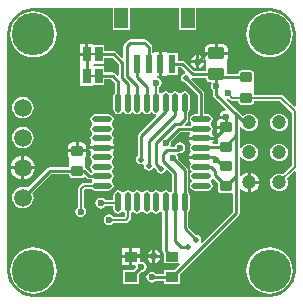
<source format=gbl>
G04 Layer_Physical_Order=2*
G04 Layer_Color=16711680*
%FSLAX44Y44*%
%MOMM*%
G71*
G01*
G75*
G04:AMPARAMS|DCode=10|XSize=1mm|YSize=0.9mm|CornerRadius=0.1125mm|HoleSize=0mm|Usage=FLASHONLY|Rotation=0.000|XOffset=0mm|YOffset=0mm|HoleType=Round|Shape=RoundedRectangle|*
%AMROUNDEDRECTD10*
21,1,1.0000,0.6750,0,0,0.0*
21,1,0.7750,0.9000,0,0,0.0*
1,1,0.2250,0.3875,-0.3375*
1,1,0.2250,-0.3875,-0.3375*
1,1,0.2250,-0.3875,0.3375*
1,1,0.2250,0.3875,0.3375*
%
%ADD10ROUNDEDRECTD10*%
%ADD11R,0.6350X1.2700*%
%ADD13R,1.0160X0.8636*%
%ADD14C,0.2500*%
%ADD15C,0.2000*%
%ADD17C,0.3000*%
%ADD18C,1.2000*%
%ADD19C,3.6000*%
%ADD20C,1.5000*%
%ADD21C,0.5000*%
%ADD22C,0.6000*%
G04:AMPARAMS|DCode=23|XSize=1.4mm|YSize=1mm|CornerRadius=0.125mm|HoleSize=0mm|Usage=FLASHONLY|Rotation=0.000|XOffset=0mm|YOffset=0mm|HoleType=Round|Shape=RoundedRectangle|*
%AMROUNDEDRECTD23*
21,1,1.4000,0.7500,0,0,0.0*
21,1,1.1500,1.0000,0,0,0.0*
1,1,0.2500,0.5750,-0.3750*
1,1,0.2500,-0.5750,-0.3750*
1,1,0.2500,-0.5750,0.3750*
1,1,0.2500,0.5750,0.3750*
%
%ADD23ROUNDEDRECTD23*%
%ADD24O,0.5500X1.6500*%
%ADD25O,1.6500X0.5500*%
%ADD26R,0.6000X1.5500*%
%ADD27R,1.2000X1.8000*%
%ADD28R,0.9079X0.2000*%
%ADD29R,0.6000X0.2000*%
G36*
X97196Y198839D02*
Y189429D01*
X96023Y188942D01*
X93983Y190982D01*
X93073Y191590D01*
X92001Y191803D01*
X84835D01*
Y196849D01*
X75998D01*
X75744Y198000D01*
X75998Y199150D01*
X84835D01*
Y204196D01*
X91839D01*
X97196Y198839D01*
D02*
G37*
G36*
X25000Y246176D02*
X92000D01*
Y227500D01*
X107000D01*
Y246176D01*
X148000D01*
Y227500D01*
X163000D01*
Y246176D01*
X223772D01*
X225000Y246176D01*
X225000Y246176D01*
X225000Y246176D01*
Y246176D01*
X226234Y246088D01*
X229333Y245783D01*
X233499Y244519D01*
X237339Y242467D01*
X240705Y239705D01*
X243467Y236339D01*
X245519Y232499D01*
X246783Y228333D01*
X247088Y225234D01*
X247176Y224000D01*
X247176D01*
X247176Y224000D01*
Y163088D01*
X246002Y162602D01*
X236302Y172302D01*
X235476Y172855D01*
X234500Y173049D01*
X211551D01*
Y173875D01*
X211439Y174439D01*
X212000Y175000D01*
Y183000D01*
X211439Y183561D01*
X211551Y184125D01*
Y190875D01*
X211348Y191899D01*
X210767Y192768D01*
X209899Y193348D01*
X208875Y193552D01*
X201125D01*
X200101Y193348D01*
X199232Y192768D01*
X198652Y191899D01*
X198448Y190875D01*
Y190304D01*
X188554D01*
Y193750D01*
X188545Y193795D01*
X189000Y194250D01*
Y202292D01*
X189320Y202771D01*
X189614Y204250D01*
Y206730D01*
X170386D01*
Y204250D01*
X170680Y202771D01*
X171000Y202292D01*
Y194250D01*
X171176Y194074D01*
X170782Y192804D01*
X161161D01*
X152983Y200983D01*
X152073Y201590D01*
X151000Y201804D01*
X147000D01*
Y208250D01*
X138040D01*
Y209290D01*
X133770D01*
Y199000D01*
Y188710D01*
X138040D01*
Y189750D01*
X147000D01*
Y196196D01*
X149838D01*
X153718Y192317D01*
X153300Y190939D01*
X152439Y190768D01*
X151116Y189884D01*
X150232Y188561D01*
X149922Y187000D01*
X150232Y185439D01*
X151116Y184116D01*
X152439Y183232D01*
X154000Y182922D01*
X154094Y182940D01*
X164196Y172839D01*
Y156333D01*
X161500D01*
X159842Y156003D01*
X158436Y155064D01*
X157497Y153658D01*
X157167Y152000D01*
X157497Y150342D01*
X158436Y148936D01*
X158470Y148913D01*
X158565Y147502D01*
X157849Y146804D01*
X153428D01*
X152942Y147977D01*
X154983Y150017D01*
X155590Y150927D01*
X155804Y152000D01*
Y157262D01*
X156064Y157436D01*
X157003Y158842D01*
X157333Y160500D01*
Y171500D01*
X157003Y173158D01*
X156064Y174564D01*
X154658Y175503D01*
X153000Y175833D01*
X151342Y175503D01*
X149936Y174564D01*
X149635Y174114D01*
X148365D01*
X148064Y174564D01*
X146658Y175503D01*
X145000Y175833D01*
X143342Y175503D01*
X141936Y174564D01*
X141635Y174114D01*
X140365D01*
X140064Y174564D01*
X138658Y175503D01*
X137000Y175833D01*
X135342Y175503D01*
X133936Y174564D01*
X133713Y174231D01*
X132447Y174156D01*
X132121Y174480D01*
X132064Y174564D01*
X131975Y174623D01*
X131549Y175046D01*
Y179291D01*
X132244Y179756D01*
X133239Y181244D01*
X133588Y183000D01*
X133239Y184756D01*
X132244Y186244D01*
X130756Y187239D01*
X129744Y187440D01*
X129869Y188710D01*
X131230D01*
Y199000D01*
Y209290D01*
X126960D01*
Y208250D01*
X125304D01*
Y213500D01*
X125091Y214573D01*
X124483Y215483D01*
X120983Y218983D01*
X120073Y219590D01*
X119000Y219804D01*
X107000D01*
X105927Y219590D01*
X105017Y218983D01*
X102017Y215983D01*
X101410Y215073D01*
X101196Y214000D01*
Y204429D01*
X100023Y203942D01*
X94983Y208983D01*
X94073Y209590D01*
X93000Y209804D01*
X84835D01*
Y214850D01*
X75715D01*
Y215890D01*
X71270D01*
Y209289D01*
X70931Y209148D01*
X70455Y208000D01*
Y207000D01*
X70000D01*
Y205730D01*
X64285D01*
Y198110D01*
X64285D01*
Y197889D01*
X64285D01*
Y180110D01*
X75715D01*
Y181150D01*
X84835D01*
Y186196D01*
X90839D01*
X94196Y182838D01*
Y174738D01*
X93936Y174564D01*
X92997Y173158D01*
X92667Y171500D01*
Y160500D01*
X92997Y158842D01*
X93936Y157436D01*
X95342Y156496D01*
X97000Y156167D01*
X98658Y156496D01*
X100064Y157436D01*
X100365Y157886D01*
X101635D01*
X101936Y157436D01*
X103342Y156496D01*
X105000Y156167D01*
X106658Y156496D01*
X108064Y157436D01*
X108365Y157886D01*
X109635D01*
X109936Y157436D01*
X111342Y156496D01*
X113000Y156167D01*
X114658Y156496D01*
X116064Y157436D01*
X116365Y157886D01*
X117635D01*
X117936Y157436D01*
X119342Y156496D01*
X121000Y156167D01*
X122658Y156496D01*
X124064Y157436D01*
X124365Y157886D01*
X125635D01*
X125936Y157436D01*
X127342Y156496D01*
X128504Y156265D01*
X129006Y154972D01*
X114017Y139983D01*
X113410Y139073D01*
X113196Y138000D01*
Y120937D01*
X113116Y120884D01*
X112232Y119561D01*
X111922Y118000D01*
X112232Y116439D01*
X113116Y115116D01*
X114439Y114232D01*
X116000Y113922D01*
X117561Y114232D01*
X117689Y114318D01*
X118832Y113554D01*
X118672Y112750D01*
X118982Y111189D01*
X119866Y109866D01*
X121189Y108982D01*
X122750Y108672D01*
X124311Y108982D01*
X125634Y109866D01*
X126330Y110908D01*
X127409Y111208D01*
X127818Y111216D01*
X128940Y110094D01*
X128922Y110000D01*
X129232Y108439D01*
X130116Y107116D01*
X131439Y106232D01*
X133000Y105922D01*
X134561Y106232D01*
X135884Y107116D01*
X136768Y108439D01*
X136939Y109300D01*
X138317Y109718D01*
X142196Y105839D01*
Y90738D01*
X141936Y90564D01*
X141635Y90114D01*
X140365D01*
X140064Y90564D01*
X138658Y91503D01*
X137000Y91833D01*
X135342Y91503D01*
X133936Y90564D01*
X133635Y90114D01*
X132365D01*
X132064Y90564D01*
X130658Y91503D01*
X129000Y91833D01*
X127342Y91503D01*
X125936Y90564D01*
X125635Y90114D01*
X124365D01*
X124064Y90564D01*
X122658Y91503D01*
X121000Y91833D01*
X119342Y91503D01*
X117936Y90564D01*
X117635Y90114D01*
X116365D01*
X116064Y90564D01*
X114658Y91503D01*
X113000Y91833D01*
X111342Y91503D01*
X109936Y90564D01*
X109635Y90114D01*
X108365D01*
X108064Y90564D01*
X106658Y91503D01*
X105000Y91833D01*
X103342Y91503D01*
X101936Y90564D01*
X101635Y90114D01*
X100365D01*
X100064Y90564D01*
X98658Y91503D01*
X97000Y91833D01*
X95342Y91503D01*
X93936Y90564D01*
X92997Y89158D01*
X92667Y87500D01*
Y83549D01*
X85709D01*
X85244Y84244D01*
X83756Y85239D01*
X82000Y85588D01*
X80244Y85239D01*
X78756Y84244D01*
X77761Y82756D01*
X77412Y81000D01*
X77761Y79244D01*
X78756Y77756D01*
X80244Y76761D01*
X82000Y76412D01*
X83756Y76761D01*
X85244Y77756D01*
X85709Y78451D01*
X92667D01*
Y76500D01*
X92997Y74842D01*
X93936Y73436D01*
X95342Y72497D01*
X97000Y72167D01*
X98658Y72497D01*
X100064Y73436D01*
X100287Y73769D01*
X101553Y73844D01*
X101880Y73520D01*
X101936Y73436D01*
X102025Y73377D01*
X102451Y72954D01*
Y70056D01*
X101944Y69549D01*
X92709D01*
X92244Y70244D01*
X90756Y71239D01*
X89000Y71588D01*
X87244Y71239D01*
X85756Y70244D01*
X84761Y68756D01*
X84412Y67000D01*
X84761Y65244D01*
X85756Y63756D01*
X87244Y62761D01*
X89000Y62412D01*
X90756Y62761D01*
X92244Y63756D01*
X92709Y64451D01*
X103000D01*
X103975Y64645D01*
X104802Y65198D01*
X106802Y67198D01*
X107355Y68025D01*
X107549Y69000D01*
Y73092D01*
X108064Y73436D01*
X108365Y73886D01*
X109635D01*
X109936Y73436D01*
X111342Y72497D01*
X113000Y72167D01*
X114658Y72497D01*
X116064Y73436D01*
X116365Y73886D01*
X117635D01*
X117936Y73436D01*
X119342Y72497D01*
X121000Y72167D01*
X122658Y72497D01*
X124064Y73436D01*
X124365Y73886D01*
X125635D01*
X125936Y73436D01*
X127342Y72497D01*
X129000Y72167D01*
X130658Y72497D01*
X132064Y73436D01*
X132087Y73471D01*
X133497Y73566D01*
X134196Y72849D01*
Y41390D01*
X134410Y40317D01*
X135017Y39407D01*
X135920Y38505D01*
Y30072D01*
X148561D01*
X149091Y28807D01*
X144353Y24068D01*
X135920D01*
Y21054D01*
X128789D01*
X128495Y21495D01*
X127006Y22489D01*
X125250Y22838D01*
X123494Y22489D01*
X122006Y21495D01*
X121011Y20006D01*
X120662Y18250D01*
X121011Y16494D01*
X122006Y15006D01*
X123494Y14011D01*
X125250Y13662D01*
X127006Y14011D01*
X128495Y15006D01*
X128789Y15446D01*
X135920D01*
Y12432D01*
X149080D01*
Y20865D01*
X198833Y70618D01*
X199441Y71527D01*
X199654Y72600D01*
Y92841D01*
X200924Y93272D01*
X201509Y92509D01*
X203293Y91140D01*
X205371Y90280D01*
X206330Y90154D01*
Y98600D01*
Y107046D01*
X205371Y106920D01*
X203293Y106060D01*
X201509Y104691D01*
X200924Y103928D01*
X199654Y104350D01*
Y120266D01*
X200924Y120519D01*
X201049Y120218D01*
X202251Y118651D01*
X203818Y117449D01*
X205642Y116693D01*
X207600Y116435D01*
X209558Y116693D01*
X211382Y117449D01*
X212949Y118651D01*
X214151Y120218D01*
X214907Y122042D01*
X215165Y124000D01*
X214907Y125958D01*
X214151Y127782D01*
X212949Y129349D01*
X211382Y130551D01*
X209558Y131307D01*
X207600Y131565D01*
X205642Y131307D01*
X203818Y130551D01*
X202251Y129349D01*
X201049Y127782D01*
X200924Y127481D01*
X199654Y127734D01*
Y138650D01*
Y145666D01*
X200924Y145919D01*
X201049Y145618D01*
X202251Y144051D01*
X203818Y142849D01*
X205642Y142093D01*
X207600Y141835D01*
X209558Y142093D01*
X211382Y142849D01*
X212949Y144051D01*
X214151Y145618D01*
X214907Y147442D01*
X215165Y149400D01*
X214907Y151358D01*
X214151Y153182D01*
X212949Y154749D01*
X211382Y155951D01*
X209558Y156707D01*
X207600Y156965D01*
X205642Y156707D01*
X203818Y155951D01*
X202251Y154749D01*
X202218Y154747D01*
X198983Y157983D01*
X188562Y168403D01*
X189188Y169573D01*
X190000Y169412D01*
X190820Y169575D01*
X191698Y168698D01*
X192525Y168145D01*
X193500Y167951D01*
X198448D01*
Y167125D01*
X198652Y166101D01*
X199232Y165232D01*
X200101Y164652D01*
X201125Y164449D01*
X208875D01*
X209899Y164652D01*
X210767Y165232D01*
X211348Y166101D01*
X211551Y167125D01*
Y167951D01*
X233444D01*
X243681Y157714D01*
Y112885D01*
X236192Y105396D01*
X234958Y105907D01*
X233000Y106165D01*
X231042Y105907D01*
X229218Y105151D01*
X227651Y103949D01*
X226449Y102382D01*
X225693Y100558D01*
X225435Y98600D01*
X225693Y96642D01*
X226449Y94818D01*
X227651Y93251D01*
X229218Y92049D01*
X231042Y91293D01*
X233000Y91035D01*
X234958Y91293D01*
X236782Y92049D01*
X238349Y93251D01*
X239551Y94818D01*
X240307Y96642D01*
X240565Y98600D01*
X240307Y100558D01*
X239796Y101791D01*
X246002Y107997D01*
X247176Y107511D01*
Y25228D01*
X247176Y24000D01*
X247176Y24000D01*
X247176Y24000D01*
X247176D01*
X247088Y22766D01*
X246783Y19667D01*
X245519Y15501D01*
X243467Y11661D01*
X240705Y8295D01*
X237339Y5533D01*
X233499Y3481D01*
X229333Y2217D01*
X226234Y1912D01*
X225000Y1824D01*
Y1824D01*
X225000Y1824D01*
X26228D01*
X25000Y1824D01*
X25000Y1824D01*
X25000Y1824D01*
Y1824D01*
X23766Y1912D01*
X20667Y2217D01*
X16501Y3481D01*
X12661Y5533D01*
X9295Y8295D01*
X6533Y11661D01*
X4481Y15501D01*
X3217Y19667D01*
X2912Y22766D01*
X2824Y24000D01*
X2824D01*
X2824Y24000D01*
Y222772D01*
X2824Y224000D01*
X2824Y224000D01*
X2824Y224000D01*
X2824D01*
X2912Y225234D01*
X3217Y228333D01*
X4481Y232499D01*
X6533Y236339D01*
X9295Y239705D01*
X12661Y242467D01*
X16501Y244519D01*
X20667Y245783D01*
X23766Y246088D01*
X25000Y246176D01*
Y246176D01*
X25000Y246176D01*
D02*
G37*
G36*
X160000Y187196D02*
X171446D01*
Y186250D01*
X171660Y185177D01*
X172267Y184267D01*
X173177Y183660D01*
X174250Y183446D01*
X175363D01*
X176042Y182176D01*
X175761Y181756D01*
X175412Y180000D01*
X175761Y178244D01*
X176756Y176756D01*
X177196Y176461D01*
Y173000D01*
X177410Y171927D01*
X178017Y171017D01*
X188237Y160798D01*
X187658Y159580D01*
X185838Y159219D01*
X184006Y157994D01*
X182781Y156162D01*
X182604Y155270D01*
X188000D01*
Y152730D01*
X182604D01*
X182686Y152321D01*
X181483Y151517D01*
X180672Y150305D01*
X180388Y148875D01*
Y146770D01*
X188000D01*
Y144230D01*
X180388D01*
Y142125D01*
X180672Y140695D01*
X181000Y140204D01*
Y133000D01*
X181426Y132574D01*
X181236Y131304D01*
X177135D01*
X177080Y131363D01*
X176573Y132574D01*
X177483Y133936D01*
X177641Y134730D01*
X167000D01*
X156359D01*
X156517Y133936D01*
X157686Y132186D01*
X157845Y132080D01*
X158017Y130437D01*
X157497Y129658D01*
X157167Y128000D01*
X157497Y126342D01*
X158017Y125563D01*
X157845Y123920D01*
X157686Y123814D01*
X156517Y122064D01*
X156359Y121270D01*
X167000D01*
Y118730D01*
X156359D01*
X156517Y117936D01*
X157686Y116186D01*
X157845Y116080D01*
X158017Y114438D01*
X157497Y113658D01*
X157167Y112000D01*
X157497Y110342D01*
X158436Y108936D01*
X158886Y108635D01*
Y107365D01*
X158436Y107064D01*
X157497Y105658D01*
X157167Y104000D01*
X157497Y102342D01*
X158436Y100936D01*
X158886Y100635D01*
Y99365D01*
X158436Y99064D01*
X157497Y97658D01*
X157167Y96000D01*
X157497Y94342D01*
X158436Y92936D01*
X159842Y91997D01*
X161500Y91667D01*
X172500D01*
X174158Y91997D01*
X175564Y92936D01*
X176503Y94342D01*
X176833Y96000D01*
X176503Y97658D01*
X175564Y99064D01*
X175114Y99365D01*
Y100635D01*
X175564Y100936D01*
X176082Y101711D01*
X177604Y101918D01*
X177626Y101909D01*
X181449Y98086D01*
Y92125D01*
X181652Y91101D01*
X182233Y90232D01*
X183101Y89652D01*
X184125Y89448D01*
X191875D01*
X192776Y89628D01*
X192994Y89590D01*
X194046Y88891D01*
Y73762D01*
X167432Y47147D01*
X166446Y47957D01*
X166768Y48439D01*
X167078Y50000D01*
X166768Y51561D01*
X165884Y52884D01*
X164561Y53768D01*
X163000Y54078D01*
X162906Y54060D01*
X155804Y61161D01*
Y73262D01*
X156064Y73436D01*
X157003Y74842D01*
X157333Y76500D01*
Y87500D01*
X157003Y89158D01*
X156064Y90564D01*
X155804Y90738D01*
Y109000D01*
X155590Y110073D01*
X154983Y110983D01*
X147485Y118481D01*
X147588Y119000D01*
X147239Y120756D01*
X146457Y121926D01*
X146861Y123006D01*
X147017Y123200D01*
X148073Y123410D01*
X148288Y123553D01*
X149000Y123412D01*
X150756Y123761D01*
X152244Y124756D01*
X153239Y126244D01*
X153588Y128000D01*
X153239Y129756D01*
X152244Y131244D01*
X150756Y132239D01*
X149000Y132588D01*
X147244Y132239D01*
X145756Y131244D01*
X144761Y129756D01*
X144572Y128804D01*
X141624D01*
X141025Y129924D01*
X141239Y130244D01*
X141588Y132000D01*
X141319Y133354D01*
X149161Y141196D01*
X157469D01*
X157851Y139938D01*
X157845Y139920D01*
X157686Y139814D01*
X156517Y138064D01*
X156359Y137270D01*
X167000D01*
X177641D01*
X177483Y138064D01*
X176314Y139814D01*
X176155Y139920D01*
X175983Y141562D01*
X176503Y142342D01*
X176833Y144000D01*
X176503Y145658D01*
X175564Y147064D01*
X175114Y147365D01*
Y148635D01*
X175564Y148936D01*
X176503Y150342D01*
X176833Y152000D01*
X176503Y153658D01*
X175564Y155064D01*
X174158Y156003D01*
X172500Y156333D01*
X169804D01*
Y174000D01*
X169590Y175073D01*
X168983Y175983D01*
X158832Y186134D01*
X159457Y187304D01*
X160000Y187196D01*
D02*
G37*
%LPC*%
G36*
X185750Y215614D02*
X181270D01*
Y209270D01*
X189614D01*
Y211750D01*
X189320Y213229D01*
X188482Y214482D01*
X187229Y215320D01*
X185750Y215614D01*
D02*
G37*
G36*
X178730D02*
X174250D01*
X172771Y215320D01*
X171518Y214482D01*
X170680Y213229D01*
X170386Y211750D01*
Y209270D01*
X178730D01*
Y215614D01*
D02*
G37*
G36*
X68730Y215890D02*
X64285D01*
Y208270D01*
X68730D01*
Y215890D01*
D02*
G37*
G36*
X225000Y243594D02*
X221177Y243218D01*
X217501Y242103D01*
X214114Y240292D01*
X211145Y237855D01*
X208708Y234886D01*
X206897Y231498D01*
X205782Y227822D01*
X205406Y224000D01*
X205782Y220177D01*
X206897Y216501D01*
X208708Y213114D01*
X211145Y210145D01*
X214114Y207708D01*
X217501Y205897D01*
X221177Y204782D01*
X225000Y204405D01*
X228822Y204782D01*
X232498Y205897D01*
X235886Y207708D01*
X238855Y210145D01*
X241292Y213114D01*
X243103Y216501D01*
X244218Y220177D01*
X244594Y224000D01*
X244218Y227822D01*
X243103Y231498D01*
X241292Y234886D01*
X238855Y237855D01*
X235886Y240292D01*
X232498Y242103D01*
X228822Y243218D01*
X225000Y243594D01*
D02*
G37*
G36*
X25000D02*
X21177Y243218D01*
X17502Y242103D01*
X14114Y240292D01*
X11145Y237855D01*
X8708Y234886D01*
X6897Y231498D01*
X5782Y227822D01*
X5406Y224000D01*
X5782Y220177D01*
X6897Y216501D01*
X8708Y213114D01*
X11145Y210145D01*
X14114Y207708D01*
X17502Y205897D01*
X21177Y204782D01*
X25000Y204405D01*
X28823Y204782D01*
X32499Y205897D01*
X35886Y207708D01*
X38856Y210145D01*
X41292Y213114D01*
X43103Y216501D01*
X44218Y220177D01*
X44595Y224000D01*
X44218Y227822D01*
X43103Y231498D01*
X41292Y234886D01*
X38856Y237855D01*
X35886Y240292D01*
X32499Y242103D01*
X28823Y243218D01*
X25000Y243594D01*
D02*
G37*
G36*
X165270Y206396D02*
Y202270D01*
X169396D01*
X169219Y203162D01*
X167994Y204994D01*
X166162Y206219D01*
X165270Y206396D01*
D02*
G37*
G36*
X162730D02*
X161838Y206219D01*
X160006Y204994D01*
X158781Y203162D01*
X158604Y202270D01*
X162730D01*
Y206396D01*
D02*
G37*
G36*
X169396Y199730D02*
X165270D01*
Y195604D01*
X166162Y195781D01*
X167994Y197006D01*
X169219Y198838D01*
X169396Y199730D01*
D02*
G37*
G36*
X162730D02*
X158604D01*
X158781Y198838D01*
X160006Y197006D01*
X161838Y195781D01*
X162730Y195604D01*
Y199730D01*
D02*
G37*
G36*
X16000Y171078D02*
X13650Y170768D01*
X11461Y169861D01*
X9581Y168419D01*
X8138Y166539D01*
X7232Y164349D01*
X6922Y162000D01*
X7232Y159650D01*
X8138Y157461D01*
X9581Y155581D01*
X11461Y154138D01*
X13650Y153232D01*
X16000Y152922D01*
X18349Y153232D01*
X20539Y154138D01*
X22419Y155581D01*
X23861Y157461D01*
X24768Y159650D01*
X25078Y162000D01*
X24768Y164349D01*
X23861Y166539D01*
X22419Y168419D01*
X20539Y169861D01*
X18349Y170768D01*
X16000Y171078D01*
D02*
G37*
G36*
X233000Y156965D02*
X231042Y156707D01*
X229218Y155951D01*
X227651Y154749D01*
X226449Y153182D01*
X225693Y151358D01*
X225435Y149400D01*
X225693Y147442D01*
X226449Y145618D01*
X227651Y144051D01*
X229218Y142849D01*
X231042Y142093D01*
X233000Y141835D01*
X234958Y142093D01*
X236782Y142849D01*
X238349Y144051D01*
X239551Y145618D01*
X240307Y147442D01*
X240565Y149400D01*
X240307Y151358D01*
X239551Y153182D01*
X238349Y154749D01*
X236782Y155951D01*
X234958Y156707D01*
X233000Y156965D01*
D02*
G37*
G36*
X88500Y156333D02*
X77500D01*
X75842Y156003D01*
X74436Y155064D01*
X73497Y153658D01*
X73167Y152000D01*
X73497Y150342D01*
X74436Y148936D01*
X74886Y148635D01*
Y147365D01*
X74436Y147064D01*
X73497Y145658D01*
X73167Y144000D01*
X73497Y142342D01*
X74436Y140936D01*
X74886Y140635D01*
Y139365D01*
X74436Y139064D01*
X73497Y137658D01*
X73167Y136000D01*
X73497Y134342D01*
X74017Y133562D01*
X73845Y131920D01*
X73686Y131814D01*
X72517Y130064D01*
X72359Y129270D01*
X83000D01*
X93641D01*
X93483Y130064D01*
X92314Y131814D01*
X92155Y131920D01*
X91983Y133562D01*
X92503Y134342D01*
X92833Y136000D01*
X92503Y137658D01*
X91564Y139064D01*
X91114Y139365D01*
Y140635D01*
X91564Y140936D01*
X92503Y142342D01*
X92833Y144000D01*
X92503Y145658D01*
X91564Y147064D01*
X91114Y147365D01*
Y148635D01*
X91564Y148936D01*
X92503Y150342D01*
X92833Y152000D01*
X92503Y153658D01*
X91564Y155064D01*
X90158Y156003D01*
X88500Y156333D01*
D02*
G37*
G36*
X16000Y145678D02*
X13650Y145368D01*
X11461Y144461D01*
X9581Y143019D01*
X8138Y141139D01*
X7232Y138949D01*
X6922Y136600D01*
X7232Y134250D01*
X8138Y132061D01*
X9581Y130181D01*
X11461Y128738D01*
X13650Y127832D01*
X16000Y127522D01*
X18349Y127832D01*
X20539Y128738D01*
X22419Y130181D01*
X23861Y132061D01*
X24768Y134250D01*
X25078Y136600D01*
X24768Y138949D01*
X23861Y141139D01*
X22419Y143019D01*
X20539Y144461D01*
X18349Y145368D01*
X16000Y145678D01*
D02*
G37*
G36*
X65875Y132612D02*
X63270D01*
Y126770D01*
X69612D01*
Y128875D01*
X69327Y130305D01*
X68517Y131517D01*
X67305Y132327D01*
X65875Y132612D01*
D02*
G37*
G36*
X60730D02*
X58125D01*
X56695Y132327D01*
X55483Y131517D01*
X54673Y130305D01*
X54388Y128875D01*
Y126770D01*
X60730D01*
Y132612D01*
D02*
G37*
G36*
X233000Y131565D02*
X231042Y131307D01*
X229218Y130551D01*
X227651Y129349D01*
X226449Y127782D01*
X225693Y125958D01*
X225435Y124000D01*
X225693Y122042D01*
X226449Y120218D01*
X227651Y118651D01*
X229218Y117449D01*
X231042Y116693D01*
X233000Y116435D01*
X234958Y116693D01*
X236782Y117449D01*
X238349Y118651D01*
X239551Y120218D01*
X240307Y122042D01*
X240565Y124000D01*
X240307Y125958D01*
X239551Y127782D01*
X238349Y129349D01*
X236782Y130551D01*
X234958Y131307D01*
X233000Y131565D01*
D02*
G37*
G36*
X17270Y121159D02*
Y112470D01*
X25959D01*
X25782Y113821D01*
X24770Y116263D01*
X23161Y118361D01*
X21063Y119970D01*
X18621Y120982D01*
X17270Y121159D01*
D02*
G37*
G36*
X14730D02*
X13379Y120982D01*
X10937Y119970D01*
X8839Y118361D01*
X7230Y116263D01*
X6218Y113821D01*
X6041Y112470D01*
X14730D01*
Y121159D01*
D02*
G37*
G36*
X93641Y126730D02*
X83000D01*
X72359D01*
X72517Y125936D01*
X73686Y124186D01*
X73845Y124080D01*
X74017Y122437D01*
X73497Y121658D01*
X73167Y120000D01*
X73497Y118342D01*
X74436Y116936D01*
X74886Y116635D01*
Y115365D01*
X74436Y115064D01*
X73497Y113658D01*
X73167Y112000D01*
X73497Y110342D01*
X74436Y108936D01*
X74886Y108635D01*
Y107365D01*
X74436Y107064D01*
X74367Y106960D01*
X73082Y106884D01*
X69483Y110483D01*
X68573Y111090D01*
X68551Y111095D01*
Y111875D01*
X68439Y112439D01*
X69000Y113000D01*
Y120205D01*
X69327Y120695D01*
X69612Y122125D01*
Y124230D01*
X54388D01*
Y122125D01*
X54673Y120695D01*
X55000Y120205D01*
Y113000D01*
X55426Y112574D01*
X55236Y111304D01*
X38700D01*
X37627Y111090D01*
X36717Y110483D01*
X20084Y93850D01*
X18349Y94568D01*
X16000Y94878D01*
X13650Y94568D01*
X11461Y93661D01*
X9581Y92219D01*
X8138Y90339D01*
X7232Y88149D01*
X6922Y85800D01*
X7232Y83450D01*
X8138Y81261D01*
X9581Y79381D01*
X11461Y77938D01*
X13650Y77032D01*
X16000Y76722D01*
X18349Y77032D01*
X20539Y77938D01*
X22419Y79381D01*
X23861Y81261D01*
X24768Y83450D01*
X25078Y85800D01*
X24768Y88149D01*
X24050Y89884D01*
X39861Y105696D01*
X55449D01*
Y105125D01*
X55652Y104101D01*
X56233Y103232D01*
X57101Y102652D01*
X58125Y102449D01*
X65875D01*
X66899Y102652D01*
X67768Y103232D01*
X68710Y103325D01*
X70017Y102017D01*
X70927Y101410D01*
X72000Y101196D01*
X74262D01*
X74436Y100936D01*
X74769Y100713D01*
X74844Y99447D01*
X74521Y99121D01*
X74436Y99064D01*
X74377Y98975D01*
X73954Y98549D01*
X68000D01*
X67025Y98355D01*
X66198Y97802D01*
X63198Y94802D01*
X62645Y93975D01*
X62451Y93000D01*
Y77709D01*
X61756Y77244D01*
X60761Y75756D01*
X60412Y74000D01*
X60761Y72244D01*
X61756Y70756D01*
X63244Y69761D01*
X65000Y69412D01*
X66756Y69761D01*
X68244Y70756D01*
X69239Y72244D01*
X69588Y74000D01*
X69239Y75756D01*
X68244Y77244D01*
X67549Y77709D01*
Y91944D01*
X69056Y93451D01*
X74092D01*
X74436Y92936D01*
X75842Y91997D01*
X77500Y91667D01*
X88500D01*
X90158Y91997D01*
X91564Y92936D01*
X92503Y94342D01*
X92833Y96000D01*
X92503Y97658D01*
X91564Y99064D01*
X91114Y99365D01*
Y100635D01*
X91564Y100936D01*
X92503Y102342D01*
X92833Y104000D01*
X92503Y105658D01*
X91564Y107064D01*
X91114Y107365D01*
Y108635D01*
X91564Y108936D01*
X92503Y110342D01*
X92833Y112000D01*
X92503Y113658D01*
X91564Y115064D01*
X91114Y115365D01*
Y116635D01*
X91564Y116936D01*
X92503Y118342D01*
X92833Y120000D01*
X92503Y121658D01*
X91983Y122437D01*
X92155Y124080D01*
X92314Y124186D01*
X93483Y125936D01*
X93641Y126730D01*
D02*
G37*
G36*
X25959Y109930D02*
X17270D01*
Y101241D01*
X18621Y101418D01*
X21063Y102430D01*
X23161Y104039D01*
X24770Y106137D01*
X25782Y108579D01*
X25959Y109930D01*
D02*
G37*
G36*
X14730D02*
X6041D01*
X6218Y108579D01*
X7230Y106137D01*
X8839Y104039D01*
X10937Y102430D01*
X13379Y101418D01*
X14730Y101241D01*
Y109930D01*
D02*
G37*
G36*
X208870Y107046D02*
Y99870D01*
X216047D01*
X215920Y100829D01*
X215060Y102907D01*
X213691Y104691D01*
X211907Y106060D01*
X209829Y106920D01*
X208870Y107046D01*
D02*
G37*
G36*
X216047Y97330D02*
X208870D01*
Y90154D01*
X209829Y90280D01*
X211907Y91140D01*
X213691Y92509D01*
X215060Y94293D01*
X215920Y96371D01*
X216047Y97330D01*
D02*
G37*
G36*
X128270Y41396D02*
Y37270D01*
X132396D01*
X132219Y38162D01*
X130994Y39994D01*
X129162Y41219D01*
X128270Y41396D01*
D02*
G37*
G36*
X125730D02*
X124838Y41219D01*
X123006Y39994D01*
X121781Y38162D01*
X121604Y37270D01*
X125730D01*
Y41396D01*
D02*
G37*
G36*
X115094Y42748D02*
X108744D01*
Y37160D01*
X115094D01*
Y42748D01*
D02*
G37*
G36*
X106204D02*
X99854D01*
Y37160D01*
X106204D01*
Y42748D01*
D02*
G37*
G36*
X132396Y34730D02*
X128270D01*
Y30604D01*
X129162Y30781D01*
X130994Y32006D01*
X132219Y33838D01*
X132396Y34730D01*
D02*
G37*
G36*
X125730D02*
X121604D01*
X121781Y33838D01*
X123006Y32006D01*
X124838Y30781D01*
X125730Y30604D01*
Y34730D01*
D02*
G37*
G36*
X106204Y34620D02*
X99854D01*
Y29032D01*
X106204D01*
Y34620D01*
D02*
G37*
G36*
X115094D02*
X108744D01*
Y29032D01*
X110758D01*
X111787Y27762D01*
X111636Y27000D01*
X111739Y26480D01*
X109327Y24068D01*
X100894D01*
Y12432D01*
X114054D01*
Y20865D01*
X115704Y22515D01*
X116224Y22412D01*
X117980Y22761D01*
X119468Y23756D01*
X120463Y25244D01*
X120812Y27000D01*
X120463Y28756D01*
X119468Y30244D01*
X117980Y31239D01*
X116224Y31588D01*
X116076Y31559D01*
X115094Y32364D01*
Y34620D01*
D02*
G37*
G36*
X225000Y43595D02*
X221177Y43218D01*
X217501Y42103D01*
X214114Y40292D01*
X211145Y37856D01*
X208708Y34886D01*
X206897Y31499D01*
X205782Y27823D01*
X205406Y24000D01*
X205782Y20178D01*
X206897Y16502D01*
X208708Y13114D01*
X211145Y10145D01*
X214114Y7708D01*
X217501Y5897D01*
X221177Y4782D01*
X225000Y4406D01*
X228822Y4782D01*
X232498Y5897D01*
X235886Y7708D01*
X238855Y10145D01*
X241292Y13114D01*
X243103Y16502D01*
X244218Y20178D01*
X244594Y24000D01*
X244218Y27823D01*
X243103Y31499D01*
X241292Y34886D01*
X238855Y37856D01*
X235886Y40292D01*
X232498Y42103D01*
X228822Y43218D01*
X225000Y43595D01*
D02*
G37*
G36*
X25000D02*
X21177Y43218D01*
X17502Y42103D01*
X14114Y40292D01*
X11145Y37856D01*
X8708Y34886D01*
X6897Y31499D01*
X5782Y27823D01*
X5406Y24000D01*
X5782Y20178D01*
X6897Y16502D01*
X8708Y13114D01*
X11145Y10145D01*
X14114Y7708D01*
X17502Y5897D01*
X21177Y4782D01*
X25000Y4406D01*
X28823Y4782D01*
X32499Y5897D01*
X35886Y7708D01*
X38856Y10145D01*
X41292Y13114D01*
X43103Y16502D01*
X44218Y20178D01*
X44595Y24000D01*
X44218Y27823D01*
X43103Y31499D01*
X41292Y34886D01*
X38856Y37856D01*
X35886Y40292D01*
X32499Y42103D01*
X28823Y43218D01*
X25000Y43595D01*
D02*
G37*
%LPD*%
D10*
X62000Y125500D02*
D03*
Y108500D02*
D03*
X205000Y170500D02*
D03*
Y187500D02*
D03*
X188000Y95500D02*
D03*
Y112500D02*
D03*
X188000Y128500D02*
D03*
Y145500D02*
D03*
D11*
X70000Y189000D02*
D03*
X80160D02*
D03*
X70000Y207000D02*
D03*
X80160D02*
D03*
D13*
X107474Y18250D02*
D03*
X142500D02*
D03*
X107474Y35890D02*
D03*
X142500D02*
D03*
D14*
X154000Y187000D02*
X167000Y174000D01*
Y152000D02*
Y174000D01*
X153000Y60000D02*
X163000Y50000D01*
X153000Y60000D02*
Y82000D01*
X150000Y44000D02*
X156000D01*
X145000Y49000D02*
X150000Y44000D01*
X145000Y49000D02*
Y82000D01*
X129000Y114000D02*
X133000Y110000D01*
X129000Y114000D02*
Y132132D01*
X144868Y148000D01*
X149000D01*
X153000Y152000D01*
Y166000D01*
X145000Y156000D02*
Y166000D01*
X123000Y134000D02*
X145000Y156000D01*
X123000Y113000D02*
Y134000D01*
X122750Y112750D02*
X123000Y113000D01*
X116000Y118000D02*
Y138000D01*
X137000Y159000D01*
Y166000D01*
X16000Y85800D02*
X38700Y108500D01*
X113000Y166000D02*
Y180000D01*
X104000Y189000D02*
X113000Y180000D01*
X104000Y189000D02*
Y214000D01*
X105000Y166000D02*
Y181657D01*
X112500Y187500D02*
X121000Y179000D01*
X112500Y187500D02*
Y199000D01*
X100000Y186657D02*
Y200000D01*
Y186657D02*
X105000Y181657D01*
X92001Y189000D02*
X97000Y184000D01*
Y166000D02*
Y184000D01*
X164000Y201000D02*
X171000Y208000D01*
X180000D01*
X122500Y199000D02*
Y213500D01*
X119000Y217000D02*
X122500Y213500D01*
X107000Y217000D02*
X119000D01*
X104000Y214000D02*
X107000Y217000D01*
X180000Y180000D02*
Y190000D01*
Y173000D02*
Y180000D01*
Y190000D02*
X182500Y187500D01*
X205000D01*
X147000Y126000D02*
X149000Y128000D01*
X138000Y126000D02*
X147000D01*
X135000Y123000D02*
X138000Y126000D01*
X135000Y117000D02*
Y123000D01*
Y117000D02*
X145000Y107000D01*
Y82000D02*
Y107000D01*
X153000Y82000D02*
Y109000D01*
X143000Y119000D02*
X153000Y109000D01*
X137000Y132000D02*
Y133000D01*
X148000Y144000D01*
X167000D01*
X38700Y108500D02*
X62000D01*
X107474Y18250D02*
X116224Y27000D01*
X125250Y18250D02*
X142500D01*
X188000Y145500D02*
Y154000D01*
X167000Y112000D02*
X175000D01*
X179000Y108000D01*
Y104500D02*
Y108000D01*
Y104500D02*
X188000Y95500D01*
X167000Y120000D02*
X178000D01*
X185500Y112500D01*
X188000D01*
X167000Y128000D02*
X167500Y128500D01*
X188000D01*
X178500Y136000D02*
X188000Y145500D01*
X167000Y136000D02*
X178500D01*
X62000Y108500D02*
X67500D01*
X72000Y104000D01*
X83000D01*
X197000Y156000D02*
X203601Y149399D01*
X180000Y173000D02*
X197000Y156000D01*
X196850Y155850D02*
X197000Y156000D01*
X196850Y138650D02*
Y155850D01*
X188000Y129799D02*
X196850Y138650D01*
Y72600D02*
Y104350D01*
Y138650D01*
X142500Y18250D02*
X196850Y72600D01*
X188000Y95500D02*
X196850Y104350D01*
X188000Y128500D02*
Y129799D01*
X203601Y149399D02*
X207600D01*
X137000Y41390D02*
X142500Y35890D01*
X137000Y41390D02*
Y82000D01*
X70000Y189000D02*
Y207000D01*
X81829Y189000D02*
X92001D01*
X80160Y207000D02*
X93000D01*
X100000Y200000D01*
X121000Y166000D02*
Y179000D01*
X132500Y209500D02*
X137000Y214000D01*
X132500Y199000D02*
Y209500D01*
X160000Y190000D02*
X180000D01*
X151000Y199000D02*
X160000Y190000D01*
X142500Y199000D02*
X151000D01*
D15*
X89000Y67000D02*
X103000D01*
X105000Y69000D02*
Y82000D01*
X103000Y67000D02*
X105000Y69000D01*
X82000Y81000D02*
X96000D01*
X97000Y82000D01*
X68000Y96000D02*
X83000D01*
X65000Y93000D02*
X68000Y96000D01*
X65000Y74000D02*
Y93000D01*
X129000Y166000D02*
Y183000D01*
X190000Y174000D02*
X193500Y170500D01*
X205000D01*
X234500D01*
X246230Y158770D01*
Y111829D02*
Y158770D01*
X233000Y98600D02*
X246230Y111829D01*
D17*
X107584Y36000D02*
X127000D01*
X188000Y154000D02*
X188000Y154000D01*
D18*
X207600Y98600D02*
D03*
X233000D02*
D03*
X207600Y124000D02*
D03*
X233000D02*
D03*
X207600Y149400D02*
D03*
X233000D02*
D03*
D19*
X25000Y24000D02*
D03*
X225000D02*
D03*
Y224000D02*
D03*
X25000D02*
D03*
D20*
X16000Y162000D02*
D03*
Y136600D02*
D03*
Y111200D02*
D03*
Y85800D02*
D03*
D21*
X154000Y187000D02*
D03*
X163000Y50000D02*
D03*
X156000Y44000D02*
D03*
X133000Y110000D02*
D03*
X122750Y112750D02*
D03*
X116000Y118000D02*
D03*
D22*
X89000Y67000D02*
D03*
X164000Y201000D02*
D03*
X180000Y180000D02*
D03*
X82000Y81000D02*
D03*
X65000Y74000D02*
D03*
X129000Y183000D02*
D03*
X190000Y174000D02*
D03*
X149000Y128000D02*
D03*
X143000Y119000D02*
D03*
X137000Y132000D02*
D03*
X116224Y27000D02*
D03*
X125250Y18250D02*
D03*
X127000Y36000D02*
D03*
X180000Y118000D02*
D03*
X188000Y154000D02*
D03*
D23*
X180000Y208000D02*
D03*
Y190000D02*
D03*
D24*
X153000Y166000D02*
D03*
X145000D02*
D03*
X137000D02*
D03*
X129000D02*
D03*
X121000D02*
D03*
X113000D02*
D03*
X105000D02*
D03*
X97000D02*
D03*
Y82000D02*
D03*
X105000D02*
D03*
X113000D02*
D03*
X121000D02*
D03*
X129000D02*
D03*
X137000D02*
D03*
X145000D02*
D03*
X153000D02*
D03*
D25*
X83000Y152000D02*
D03*
Y144000D02*
D03*
Y136000D02*
D03*
Y128000D02*
D03*
Y120000D02*
D03*
Y112000D02*
D03*
Y104000D02*
D03*
Y96000D02*
D03*
X167000D02*
D03*
Y104000D02*
D03*
Y112000D02*
D03*
Y120000D02*
D03*
Y128000D02*
D03*
Y136000D02*
D03*
Y144000D02*
D03*
Y152000D02*
D03*
D26*
X142500Y199000D02*
D03*
X132500D02*
D03*
X122500D02*
D03*
X112500D02*
D03*
D27*
X155500Y238000D02*
D03*
X99500D02*
D03*
D28*
X74540Y189000D02*
D03*
D29*
X75079Y207000D02*
D03*
M02*

</source>
